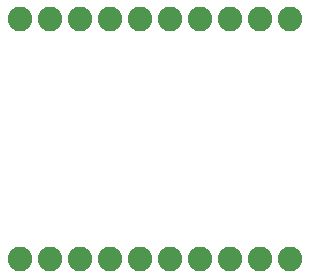
<source format=gbr>
G04 EAGLE Gerber RS-274X export*
G75*
%MOMM*%
%FSLAX34Y34*%
%LPD*%
%INSoldermask Bottom*%
%IPPOS*%
%AMOC8*
5,1,8,0,0,1.08239X$1,22.5*%
G01*
%ADD10C,2.082800*%


D10*
X241300Y12700D03*
X215900Y12700D03*
X190500Y12700D03*
X165100Y12700D03*
X139700Y12700D03*
X114300Y12700D03*
X88900Y12700D03*
X63500Y12700D03*
X38100Y12700D03*
X12700Y12700D03*
X12700Y215900D03*
X38100Y215900D03*
X63500Y215900D03*
X88900Y215900D03*
X114300Y215900D03*
X139700Y215900D03*
X165100Y215900D03*
X190500Y215900D03*
X215900Y215900D03*
X241300Y215900D03*
M02*

</source>
